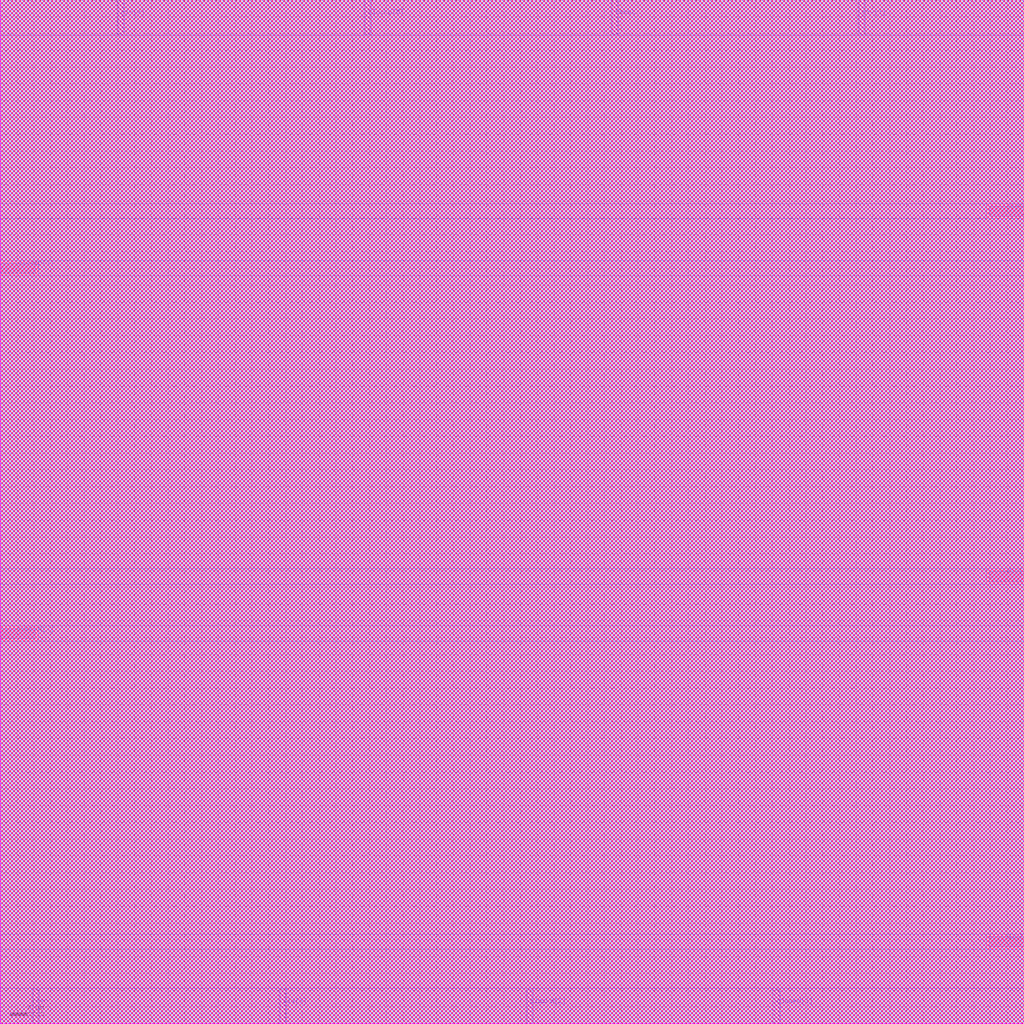
<source format=lef>
VERSION 5.3 ;
   NAMESCASESENSITIVE ON ;
   NOWIREEXTENSIONATPIN ON ;
   DIVIDERCHAR "/" ;
   BUSBITCHARS "[]" ;
UNITS
   DATABASE MICRONS 1000 ;
END UNITS
MACRO digital_pll
   CLASS BLOCK ;
   FOREIGN digital_pll ;
   ORIGIN 0.000000 0.000000 ;
   SIZE 122.0300 BY 122.0300 ;
   PIN reset
      DIRECTION INPUT ;
      PORT
         LAYER met2 ;
	    RECT 72.950000 117.910000 73.510000 122.030000 ;
      END
   END reset
   PIN osc
      DIRECTION INPUT ;
      PORT
         LAYER met2 ;
	    RECT 3.950000 0.000000 4.510000 4.120000 ;
      END
   END osc
   PIN clockp[1]
      DIRECTION OUTPUT TRISTATE ;
      PORT
         LAYER met3 ;
	    RECT 0.000000 89.420000 4.200000 90.620000 ;
      END
   END clockp[1]
   PIN clockp[0]
      DIRECTION OUTPUT TRISTATE ;
      PORT
         LAYER met2 ;
	    RECT 43.510000 117.910000 44.070000 122.030000 ;
      END
   END clockp[0]
   PIN clockd[3]
      DIRECTION OUTPUT TRISTATE ;
      PORT
         LAYER met3 ;
	    RECT 0.000000 45.900000 4.200000 47.100000 ;
      END
   END clockd[3]
   PIN clockd[2]
      DIRECTION OUTPUT TRISTATE ;
      PORT
         LAYER met2 ;
	    RECT 62.830000 0.000000 63.390000 4.120000 ;
      END
   END clockd[2]
   PIN clockd[1]
      DIRECTION OUTPUT TRISTATE ;
      PORT
         LAYER met2 ;
	    RECT 92.270000 0.000000 92.830000 4.120000 ;
      END
   END clockd[1]
   PIN clockd[0]
      DIRECTION OUTPUT TRISTATE ;
      PORT
         LAYER met3 ;
	    RECT 117.830000 96.220000 122.030000 97.420000 ;
      END
   END clockd[0]
   PIN div[4]
      DIRECTION INPUT ;
      PORT
         LAYER met2 ;
	    RECT 14.070000 117.910000 14.630000 122.030000 ;
      END
   END div[4]
   PIN div[3]
      DIRECTION INPUT ;
      PORT
         LAYER met2 ;
	    RECT 33.390000 0.000000 33.950000 4.120000 ;
      END
   END div[3]
   PIN div[2]
      DIRECTION INPUT ;
      PORT
         LAYER met3 ;
	    RECT 117.830000 9.180000 122.030000 10.380000 ;
      END
   END div[2]
   PIN div[1]
      DIRECTION INPUT ;
      PORT
         LAYER met2 ;
	    RECT 102.390000 117.910000 102.950000 122.030000 ;
      END
   END div[1]
   PIN div[0]
      DIRECTION INPUT ;
      PORT
         LAYER met3 ;
	    RECT 117.830000 52.700000 122.030000 53.900000 ;
      END
   END div[0]
   OBS
         LAYER li1 ;
	    RECT 0.000000 0.000000 122.030000 122.030000 ;
         LAYER met1 ;
	    RECT 0.000000 0.000000 122.030000 122.030000 ;
         LAYER met2 ;
	    RECT 0.000000 117.770000 13.930000 122.030000 ;
	    RECT 14.770000 117.770000 43.370000 122.030000 ;
	    RECT 44.210000 117.770000 72.810000 122.030000 ;
	    RECT 73.650000 117.770000 102.250000 122.030000 ;
	    RECT 103.090000 117.770000 122.030000 122.030000 ;
	    RECT 0.000000 4.260000 122.030000 117.770000 ;
	    RECT 0.000000 0.000000 3.810000 4.260000 ;
	    RECT 4.650000 0.000000 33.250000 4.260000 ;
	    RECT 34.090000 0.000000 62.690000 4.260000 ;
	    RECT 63.530000 0.000000 92.130000 4.260000 ;
	    RECT 92.970000 0.000000 122.030000 4.260000 ;
         LAYER met3 ;
	    RECT 0.000000 97.720000 122.030000 122.030000 ;
	    RECT 0.000000 95.920000 117.530000 97.720000 ;
	    RECT 0.000000 90.920000 122.030000 95.920000 ;
	    RECT 4.500000 89.120000 122.030000 90.920000 ;
	    RECT 0.000000 54.200000 122.030000 89.120000 ;
	    RECT 0.000000 52.400000 117.530000 54.200000 ;
	    RECT 0.000000 47.400000 122.030000 52.400000 ;
	    RECT 4.500000 45.600000 122.030000 47.400000 ;
	    RECT 0.000000 10.680000 122.030000 45.600000 ;
	    RECT 0.000000 8.880000 117.530000 10.680000 ;
	    RECT 0.000000 0.000000 122.030000 8.880000 ;
         LAYER met4 ;
	    RECT 0.000000 0.000000 122.030000 122.030000 ;
         LAYER met5 ;
	    RECT 0.000000 0.000000 122.030000 122.030000 ;
         LAYER met6 ;
	    RECT 0.000000 0.000000 122.030000 122.030000 ;
   END
END digital_pll

</source>
